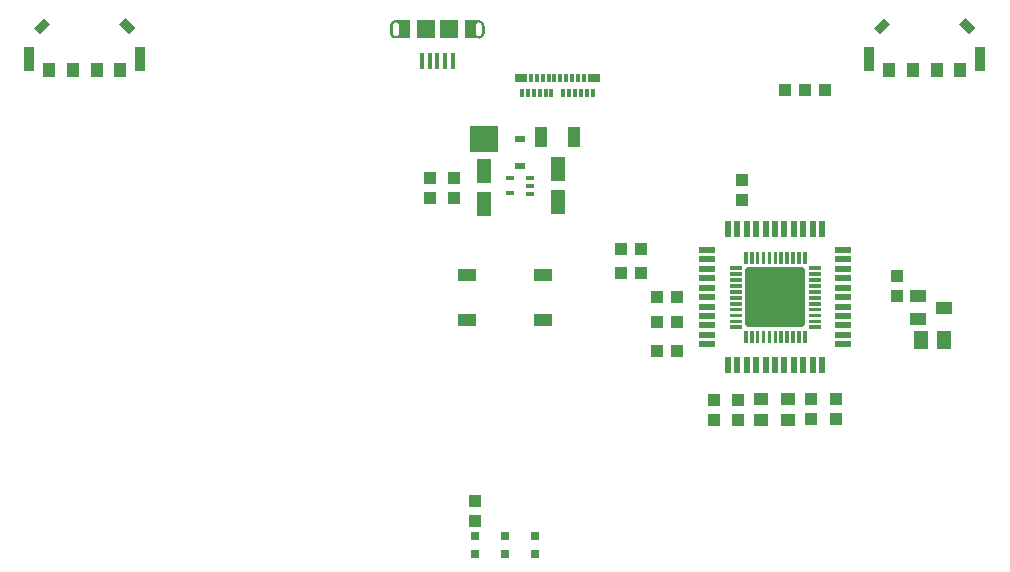
<source format=gbr>
G04 EAGLE Gerber RS-274X export*
G75*
%MOMM*%
%FSLAX34Y34*%
%LPD*%
%INSolderpaste Top*%
%IPPOS*%
%AMOC8*
5,1,8,0,0,1.08239X$1,22.5*%
G01*
%ADD10R,1.473200X0.508000*%
%ADD11R,0.508000X1.473200*%
%ADD12C,0.508000*%
%ADD13C,0.075000*%
%ADD14R,0.750000X0.400000*%
%ADD15R,0.685800X0.330200*%
%ADD16R,1.000000X1.800000*%
%ADD17R,0.830000X0.630000*%
%ADD18R,2.438400X2.286000*%
%ADD19R,0.635000X1.270000*%
%ADD20R,1.300000X1.100000*%
%ADD21R,1.000000X1.100000*%
%ADD22C,0.000100*%
%ADD23R,0.400000X1.350000*%
%ADD24R,1.500000X1.550000*%
%ADD25R,0.300000X0.700000*%
%ADD26R,1.000000X0.700000*%
%ADD27R,1.200000X2.000000*%
%ADD28R,1.100000X1.000000*%
%ADD29R,0.800000X0.800000*%
%ADD30R,1.000000X1.300000*%
%ADD31R,0.900000X2.000000*%
%ADD32R,1.200000X0.800000*%
%ADD33R,1.600000X1.000000*%
%ADD34R,1.400000X1.000000*%
%ADD35R,1.300000X1.500000*%

G36*
X409650Y482417D02*
X409650Y482417D01*
X397650Y482417D01*
X397645Y482413D01*
X397646Y482413D01*
X397645Y482413D01*
X397645Y466913D01*
X397649Y466908D01*
X397650Y466908D01*
X409650Y466908D01*
X409651Y466908D01*
X410763Y467033D01*
X410764Y467034D01*
X410764Y467033D01*
X411821Y467403D01*
X411821Y467404D01*
X411822Y467404D01*
X412770Y467999D01*
X412770Y468000D01*
X412771Y468000D01*
X413563Y468792D01*
X413563Y468793D01*
X414159Y469741D01*
X414159Y469742D01*
X414529Y470798D01*
X414529Y470799D01*
X414530Y470802D01*
X414530Y470807D01*
X414531Y470812D01*
X414531Y470816D01*
X414533Y470831D01*
X414533Y470835D01*
X414534Y470840D01*
X414534Y470845D01*
X414535Y470845D01*
X414534Y470845D01*
X414535Y470850D01*
X414536Y470854D01*
X414537Y470869D01*
X414538Y470873D01*
X414538Y470878D01*
X414539Y470883D01*
X414539Y470888D01*
X414540Y470892D01*
X414541Y470907D01*
X414542Y470911D01*
X414543Y470916D01*
X414543Y470921D01*
X414544Y470926D01*
X414544Y470930D01*
X414546Y470945D01*
X414546Y470949D01*
X414547Y470954D01*
X414547Y470959D01*
X414548Y470964D01*
X414549Y470978D01*
X414550Y470978D01*
X414549Y470978D01*
X414550Y470983D01*
X414551Y470987D01*
X414551Y470992D01*
X414552Y470997D01*
X414552Y471002D01*
X414554Y471016D01*
X414554Y471021D01*
X414555Y471025D01*
X414555Y471030D01*
X414556Y471035D01*
X414556Y471040D01*
X414558Y471054D01*
X414559Y471059D01*
X414559Y471063D01*
X414560Y471068D01*
X414560Y471073D01*
X414561Y471078D01*
X414562Y471092D01*
X414563Y471097D01*
X414563Y471101D01*
X414564Y471106D01*
X414564Y471111D01*
X414567Y471130D01*
X414567Y471135D01*
X414568Y471139D01*
X414568Y471144D01*
X414569Y471149D01*
X414570Y471163D01*
X414571Y471168D01*
X414571Y471173D01*
X414572Y471177D01*
X414572Y471182D01*
X414573Y471182D01*
X414572Y471182D01*
X414573Y471187D01*
X414575Y471201D01*
X414575Y471206D01*
X414576Y471211D01*
X414576Y471215D01*
X414577Y471220D01*
X414577Y471225D01*
X414579Y471239D01*
X414579Y471244D01*
X414580Y471249D01*
X414581Y471253D01*
X414581Y471258D01*
X414582Y471263D01*
X414583Y471277D01*
X414584Y471282D01*
X414584Y471287D01*
X414585Y471291D01*
X414585Y471296D01*
X414587Y471315D01*
X414588Y471315D01*
X414587Y471315D01*
X414588Y471320D01*
X414589Y471325D01*
X414589Y471329D01*
X414590Y471334D01*
X414591Y471348D01*
X414592Y471353D01*
X414592Y471358D01*
X414593Y471363D01*
X414593Y471367D01*
X414594Y471372D01*
X414596Y471386D01*
X414596Y471391D01*
X414597Y471396D01*
X414597Y471401D01*
X414598Y471405D01*
X414598Y471410D01*
X414600Y471424D01*
X414600Y471429D01*
X414601Y471434D01*
X414601Y471439D01*
X414602Y471443D01*
X414602Y471448D01*
X414604Y471462D01*
X414605Y471467D01*
X414605Y471472D01*
X414606Y471477D01*
X414606Y471481D01*
X414608Y471496D01*
X414608Y471500D01*
X414609Y471505D01*
X414609Y471510D01*
X414610Y471515D01*
X414610Y471519D01*
X414611Y471519D01*
X414610Y471519D01*
X414612Y471534D01*
X414613Y471538D01*
X414613Y471543D01*
X414614Y471548D01*
X414614Y471553D01*
X414615Y471557D01*
X414616Y471572D01*
X414617Y471576D01*
X414617Y471581D01*
X414618Y471586D01*
X414619Y471591D01*
X414619Y471595D01*
X414621Y471610D01*
X414621Y471614D01*
X414622Y471619D01*
X414622Y471624D01*
X414623Y471629D01*
X414625Y471648D01*
X414625Y471652D01*
X414626Y471652D01*
X414625Y471652D01*
X414626Y471657D01*
X414627Y471662D01*
X414627Y471667D01*
X414629Y471681D01*
X414629Y471686D01*
X414630Y471690D01*
X414630Y471695D01*
X414631Y471700D01*
X414631Y471705D01*
X414633Y471719D01*
X414634Y471724D01*
X414634Y471728D01*
X414635Y471733D01*
X414635Y471738D01*
X414636Y471743D01*
X414637Y471757D01*
X414638Y471762D01*
X414638Y471766D01*
X414639Y471771D01*
X414639Y471776D01*
X414640Y471781D01*
X414642Y471795D01*
X414642Y471800D01*
X414643Y471804D01*
X414643Y471809D01*
X414644Y471814D01*
X414646Y471833D01*
X414646Y471838D01*
X414647Y471842D01*
X414647Y471847D01*
X414648Y471852D01*
X414650Y471866D01*
X414650Y471871D01*
X414651Y471876D01*
X414651Y471880D01*
X414652Y471885D01*
X414652Y471890D01*
X414654Y471904D01*
X414654Y471909D01*
X414655Y471912D01*
X414655Y471913D01*
X414655Y477413D01*
X414529Y478526D01*
X414529Y478527D01*
X414159Y479583D01*
X414159Y479584D01*
X413563Y480532D01*
X413562Y480533D01*
X413563Y480533D01*
X412771Y481325D01*
X412770Y481325D01*
X412770Y481326D01*
X411822Y481921D01*
X411821Y481921D01*
X411821Y481922D01*
X410764Y482292D01*
X410764Y482291D01*
X410763Y482292D01*
X409651Y482417D01*
X409650Y482417D01*
G37*
G36*
X351655Y466912D02*
X351655Y466912D01*
X351654Y466912D01*
X351655Y466913D01*
X351655Y482413D01*
X351651Y482417D01*
X351650Y482417D01*
X339650Y482417D01*
X339649Y482417D01*
X338537Y482292D01*
X338536Y482291D01*
X338536Y482292D01*
X337479Y481922D01*
X337479Y481921D01*
X337478Y481921D01*
X336530Y481326D01*
X336530Y481325D01*
X336529Y481325D01*
X335738Y480533D01*
X335737Y480533D01*
X335737Y480532D01*
X335141Y479584D01*
X335141Y479583D01*
X334771Y478527D01*
X334771Y478526D01*
X334770Y478517D01*
X334769Y478513D01*
X334769Y478508D01*
X334768Y478503D01*
X334768Y478498D01*
X334765Y478479D01*
X334765Y478475D01*
X334764Y478470D01*
X334764Y478465D01*
X334763Y478460D01*
X334762Y478446D01*
X334761Y478441D01*
X334761Y478437D01*
X334760Y478432D01*
X334760Y478427D01*
X334759Y478422D01*
X334757Y478408D01*
X334757Y478403D01*
X334756Y478399D01*
X334756Y478394D01*
X334755Y478389D01*
X334755Y478384D01*
X334753Y478370D01*
X334753Y478365D01*
X334752Y478361D01*
X334752Y478356D01*
X334751Y478351D01*
X334750Y478346D01*
X334749Y478332D01*
X334748Y478327D01*
X334748Y478323D01*
X334747Y478318D01*
X334747Y478313D01*
X334745Y478294D01*
X334744Y478289D01*
X334744Y478285D01*
X334743Y478285D01*
X334744Y478285D01*
X334743Y478280D01*
X334742Y478275D01*
X334741Y478261D01*
X334740Y478256D01*
X334740Y478251D01*
X334739Y478247D01*
X334739Y478242D01*
X334738Y478237D01*
X334737Y478223D01*
X334736Y478218D01*
X334735Y478213D01*
X334735Y478209D01*
X334734Y478204D01*
X334734Y478199D01*
X334732Y478185D01*
X334732Y478180D01*
X334731Y478175D01*
X334731Y478171D01*
X334730Y478166D01*
X334730Y478161D01*
X334728Y478147D01*
X334727Y478142D01*
X334727Y478137D01*
X334726Y478133D01*
X334726Y478128D01*
X334724Y478114D01*
X334724Y478109D01*
X334723Y478104D01*
X334723Y478099D01*
X334722Y478095D01*
X334722Y478090D01*
X334720Y478076D01*
X334719Y478071D01*
X334719Y478066D01*
X334718Y478061D01*
X334718Y478057D01*
X334717Y478052D01*
X334716Y478038D01*
X334715Y478033D01*
X334715Y478028D01*
X334714Y478023D01*
X334714Y478019D01*
X334713Y478014D01*
X334711Y478000D01*
X334711Y477995D01*
X334710Y477990D01*
X334710Y477985D01*
X334709Y477981D01*
X334707Y477962D01*
X334707Y477957D01*
X334706Y477952D01*
X334706Y477947D01*
X334705Y477947D01*
X334706Y477947D01*
X334705Y477943D01*
X334703Y477928D01*
X334703Y477924D01*
X334702Y477919D01*
X334702Y477914D01*
X334701Y477909D01*
X334701Y477905D01*
X334699Y477890D01*
X334699Y477886D01*
X334698Y477881D01*
X334697Y477876D01*
X334697Y477871D01*
X334696Y477867D01*
X334695Y477852D01*
X334694Y477848D01*
X334694Y477843D01*
X334693Y477838D01*
X334693Y477833D01*
X334692Y477829D01*
X334691Y477814D01*
X334690Y477814D01*
X334691Y477814D01*
X334690Y477810D01*
X334689Y477805D01*
X334689Y477800D01*
X334688Y477795D01*
X334686Y477776D01*
X334686Y477772D01*
X334685Y477767D01*
X334685Y477762D01*
X334684Y477757D01*
X334682Y477743D01*
X334682Y477738D01*
X334681Y477734D01*
X334681Y477729D01*
X334680Y477724D01*
X334680Y477719D01*
X334678Y477705D01*
X334678Y477700D01*
X334677Y477696D01*
X334677Y477691D01*
X334676Y477686D01*
X334676Y477681D01*
X334674Y477667D01*
X334673Y477662D01*
X334673Y477658D01*
X334672Y477653D01*
X334672Y477648D01*
X334671Y477643D01*
X334670Y477629D01*
X334669Y477624D01*
X334669Y477620D01*
X334668Y477615D01*
X334668Y477610D01*
X334667Y477610D01*
X334668Y477610D01*
X334666Y477596D01*
X334665Y477591D01*
X334665Y477586D01*
X334664Y477582D01*
X334664Y477577D01*
X334663Y477572D01*
X334662Y477558D01*
X334661Y477553D01*
X334661Y477548D01*
X334660Y477544D01*
X334659Y477539D01*
X334659Y477534D01*
X334657Y477520D01*
X334657Y477515D01*
X334656Y477510D01*
X334656Y477506D01*
X334655Y477501D01*
X334655Y477496D01*
X334653Y477482D01*
X334653Y477477D01*
X334652Y477477D01*
X334653Y477477D01*
X334652Y477472D01*
X334651Y477468D01*
X334651Y477463D01*
X334649Y477444D01*
X334648Y477439D01*
X334648Y477434D01*
X334647Y477430D01*
X334647Y477425D01*
X334645Y477413D01*
X334646Y477413D01*
X334645Y477413D01*
X334645Y471913D01*
X334646Y471912D01*
X334645Y471912D01*
X334771Y470799D01*
X334771Y470798D01*
X335141Y469742D01*
X335141Y469741D01*
X335737Y468793D01*
X335738Y468792D01*
X336529Y468000D01*
X336530Y468000D01*
X336530Y467999D01*
X337478Y467404D01*
X337479Y467404D01*
X337479Y467403D01*
X338536Y467033D01*
X338537Y467034D01*
X338537Y467033D01*
X339649Y466908D01*
X339650Y466908D01*
X351650Y466908D01*
X351655Y466912D01*
G37*
%LPC*%
G36*
X409004Y469002D02*
X409004Y469002D01*
X408403Y469252D01*
X407886Y469648D01*
X407489Y470165D01*
X407240Y470767D01*
X407155Y471413D01*
X407155Y477912D01*
X407240Y478558D01*
X407489Y479160D01*
X407886Y479677D01*
X408403Y480073D01*
X409004Y480323D01*
X409650Y480408D01*
X410296Y480323D01*
X410898Y480073D01*
X411414Y479677D01*
X411811Y479160D01*
X412060Y478558D01*
X412145Y477912D01*
X412145Y471413D01*
X412109Y471141D01*
X412109Y471136D01*
X412108Y471131D01*
X412108Y471126D01*
X412107Y471122D01*
X412106Y471117D01*
X412106Y471112D01*
X412105Y471107D01*
X412104Y471103D01*
X412104Y471098D01*
X412103Y471093D01*
X412103Y471088D01*
X412102Y471084D01*
X412101Y471079D01*
X412101Y471074D01*
X412100Y471069D01*
X412099Y471065D01*
X412099Y471060D01*
X412098Y471055D01*
X412098Y471050D01*
X412097Y471046D01*
X412096Y471041D01*
X412096Y471036D01*
X412095Y471031D01*
X412094Y471027D01*
X412094Y471022D01*
X412093Y471017D01*
X412093Y471012D01*
X412092Y471008D01*
X412091Y471003D01*
X412091Y470998D01*
X412090Y470993D01*
X412060Y470767D01*
X411811Y470165D01*
X411414Y469648D01*
X410898Y469252D01*
X410296Y469002D01*
X409650Y468917D01*
X409004Y469002D01*
G37*
%LPD*%
%LPC*%
G36*
X339004Y469002D02*
X339004Y469002D01*
X338403Y469252D01*
X337886Y469648D01*
X337489Y470165D01*
X337240Y470767D01*
X337155Y471413D01*
X337155Y477912D01*
X337155Y477913D01*
X337155Y477918D01*
X337156Y477918D01*
X337155Y477918D01*
X337156Y477922D01*
X337157Y477927D01*
X337157Y477932D01*
X337158Y477937D01*
X337159Y477941D01*
X337159Y477946D01*
X337160Y477951D01*
X337160Y477956D01*
X337161Y477956D01*
X337161Y477960D01*
X337162Y477965D01*
X337162Y477970D01*
X337163Y477975D01*
X337199Y478250D01*
X337200Y478255D01*
X337201Y478260D01*
X337201Y478264D01*
X337202Y478269D01*
X337202Y478274D01*
X337203Y478279D01*
X337204Y478283D01*
X337204Y478288D01*
X337205Y478293D01*
X337206Y478298D01*
X337206Y478302D01*
X337207Y478307D01*
X337207Y478312D01*
X337208Y478317D01*
X337209Y478321D01*
X337209Y478326D01*
X337210Y478331D01*
X337211Y478336D01*
X337211Y478340D01*
X337212Y478345D01*
X337212Y478350D01*
X337213Y478355D01*
X337214Y478359D01*
X337214Y478364D01*
X337215Y478369D01*
X337216Y478374D01*
X337216Y478378D01*
X337217Y478383D01*
X337217Y478388D01*
X337218Y478393D01*
X337219Y478397D01*
X337219Y478402D01*
X337240Y478558D01*
X337489Y479160D01*
X337886Y479677D01*
X338403Y480073D01*
X339004Y480323D01*
X339650Y480408D01*
X340296Y480323D01*
X340898Y480073D01*
X341414Y479677D01*
X341811Y479160D01*
X342060Y478558D01*
X342145Y477912D01*
X342145Y471413D01*
X342060Y470767D01*
X341811Y470165D01*
X341414Y469648D01*
X340898Y469252D01*
X340296Y469002D01*
X339650Y468917D01*
X339004Y469002D01*
G37*
%LPD*%
D10*
X602996Y287528D03*
X602996Y279654D03*
X602996Y271526D03*
X602996Y263652D03*
X602996Y255524D03*
X602996Y247650D03*
X602996Y239776D03*
X602996Y231648D03*
X602996Y223774D03*
X602996Y215646D03*
X602996Y207772D03*
D11*
X620522Y190246D03*
X628396Y190246D03*
X636524Y190246D03*
X644398Y190246D03*
X652526Y190246D03*
X660400Y190246D03*
X668274Y190246D03*
X676402Y190246D03*
X684276Y190246D03*
X692404Y190246D03*
X700278Y190246D03*
D10*
X717804Y207772D03*
X717804Y215646D03*
X717804Y223774D03*
X717804Y231648D03*
X717804Y239776D03*
X717804Y247650D03*
X717804Y255524D03*
X717804Y263652D03*
X717804Y271526D03*
X717804Y279654D03*
X717804Y287528D03*
D11*
X700278Y305054D03*
X692404Y305054D03*
X684276Y305054D03*
X676402Y305054D03*
X668274Y305054D03*
X660400Y305054D03*
X652526Y305054D03*
X644398Y305054D03*
X636524Y305054D03*
X628396Y305054D03*
X620522Y305054D03*
D12*
X637540Y224790D02*
X683260Y224790D01*
X637540Y224790D02*
X637540Y270510D01*
X683260Y270510D01*
X683260Y224790D01*
X683260Y229616D02*
X637540Y229616D01*
X637540Y234442D02*
X683260Y234442D01*
X683260Y239268D02*
X637540Y239268D01*
X637540Y244094D02*
X683260Y244094D01*
X683260Y248920D02*
X637540Y248920D01*
X637540Y253746D02*
X683260Y253746D01*
X683260Y258572D02*
X637540Y258572D01*
X637540Y263398D02*
X683260Y263398D01*
X683260Y268224D02*
X637540Y268224D01*
D13*
X631525Y273775D02*
X622275Y273775D01*
X631525Y273775D02*
X631525Y271525D01*
X622275Y271525D01*
X622275Y273775D01*
X622275Y272237D02*
X631525Y272237D01*
X631525Y272949D02*
X622275Y272949D01*
X622275Y273661D02*
X631525Y273661D01*
X631525Y268775D02*
X622275Y268775D01*
X631525Y268775D02*
X631525Y266525D01*
X622275Y266525D01*
X622275Y268775D01*
X622275Y267237D02*
X631525Y267237D01*
X631525Y267949D02*
X622275Y267949D01*
X622275Y268661D02*
X631525Y268661D01*
X631525Y263775D02*
X622275Y263775D01*
X631525Y263775D02*
X631525Y261525D01*
X622275Y261525D01*
X622275Y263775D01*
X622275Y262237D02*
X631525Y262237D01*
X631525Y262949D02*
X622275Y262949D01*
X622275Y263661D02*
X631525Y263661D01*
X631525Y258775D02*
X622275Y258775D01*
X631525Y258775D02*
X631525Y256525D01*
X622275Y256525D01*
X622275Y258775D01*
X622275Y257237D02*
X631525Y257237D01*
X631525Y257949D02*
X622275Y257949D01*
X622275Y258661D02*
X631525Y258661D01*
X631525Y253775D02*
X622275Y253775D01*
X631525Y253775D02*
X631525Y251525D01*
X622275Y251525D01*
X622275Y253775D01*
X622275Y252237D02*
X631525Y252237D01*
X631525Y252949D02*
X622275Y252949D01*
X622275Y253661D02*
X631525Y253661D01*
X631525Y248775D02*
X622275Y248775D01*
X631525Y248775D02*
X631525Y246525D01*
X622275Y246525D01*
X622275Y248775D01*
X622275Y247237D02*
X631525Y247237D01*
X631525Y247949D02*
X622275Y247949D01*
X622275Y248661D02*
X631525Y248661D01*
X631525Y243775D02*
X622275Y243775D01*
X631525Y243775D02*
X631525Y241525D01*
X622275Y241525D01*
X622275Y243775D01*
X622275Y242237D02*
X631525Y242237D01*
X631525Y242949D02*
X622275Y242949D01*
X622275Y243661D02*
X631525Y243661D01*
X631525Y238775D02*
X622275Y238775D01*
X631525Y238775D02*
X631525Y236525D01*
X622275Y236525D01*
X622275Y238775D01*
X622275Y237237D02*
X631525Y237237D01*
X631525Y237949D02*
X622275Y237949D01*
X622275Y238661D02*
X631525Y238661D01*
X631525Y233775D02*
X622275Y233775D01*
X631525Y233775D02*
X631525Y231525D01*
X622275Y231525D01*
X622275Y233775D01*
X622275Y232237D02*
X631525Y232237D01*
X631525Y232949D02*
X622275Y232949D01*
X622275Y233661D02*
X631525Y233661D01*
X631525Y228775D02*
X622275Y228775D01*
X631525Y228775D02*
X631525Y226525D01*
X622275Y226525D01*
X622275Y228775D01*
X622275Y227237D02*
X631525Y227237D01*
X631525Y227949D02*
X622275Y227949D01*
X622275Y228661D02*
X631525Y228661D01*
X631525Y223775D02*
X622275Y223775D01*
X631525Y223775D02*
X631525Y221525D01*
X622275Y221525D01*
X622275Y223775D01*
X622275Y222237D02*
X631525Y222237D01*
X631525Y222949D02*
X622275Y222949D01*
X622275Y223661D02*
X631525Y223661D01*
X634275Y218775D02*
X634275Y209525D01*
X634275Y218775D02*
X636525Y218775D01*
X636525Y209525D01*
X634275Y209525D01*
X634275Y210237D02*
X636525Y210237D01*
X636525Y210949D02*
X634275Y210949D01*
X634275Y211661D02*
X636525Y211661D01*
X636525Y212373D02*
X634275Y212373D01*
X634275Y213085D02*
X636525Y213085D01*
X636525Y213797D02*
X634275Y213797D01*
X634275Y214509D02*
X636525Y214509D01*
X636525Y215221D02*
X634275Y215221D01*
X634275Y215933D02*
X636525Y215933D01*
X636525Y216645D02*
X634275Y216645D01*
X634275Y217357D02*
X636525Y217357D01*
X636525Y218069D02*
X634275Y218069D01*
X639275Y218775D02*
X639275Y209525D01*
X639275Y218775D02*
X641525Y218775D01*
X641525Y209525D01*
X639275Y209525D01*
X639275Y210237D02*
X641525Y210237D01*
X641525Y210949D02*
X639275Y210949D01*
X639275Y211661D02*
X641525Y211661D01*
X641525Y212373D02*
X639275Y212373D01*
X639275Y213085D02*
X641525Y213085D01*
X641525Y213797D02*
X639275Y213797D01*
X639275Y214509D02*
X641525Y214509D01*
X641525Y215221D02*
X639275Y215221D01*
X639275Y215933D02*
X641525Y215933D01*
X641525Y216645D02*
X639275Y216645D01*
X639275Y217357D02*
X641525Y217357D01*
X641525Y218069D02*
X639275Y218069D01*
X644275Y218775D02*
X644275Y209525D01*
X644275Y218775D02*
X646525Y218775D01*
X646525Y209525D01*
X644275Y209525D01*
X644275Y210237D02*
X646525Y210237D01*
X646525Y210949D02*
X644275Y210949D01*
X644275Y211661D02*
X646525Y211661D01*
X646525Y212373D02*
X644275Y212373D01*
X644275Y213085D02*
X646525Y213085D01*
X646525Y213797D02*
X644275Y213797D01*
X644275Y214509D02*
X646525Y214509D01*
X646525Y215221D02*
X644275Y215221D01*
X644275Y215933D02*
X646525Y215933D01*
X646525Y216645D02*
X644275Y216645D01*
X644275Y217357D02*
X646525Y217357D01*
X646525Y218069D02*
X644275Y218069D01*
X649275Y218775D02*
X649275Y209525D01*
X649275Y218775D02*
X651525Y218775D01*
X651525Y209525D01*
X649275Y209525D01*
X649275Y210237D02*
X651525Y210237D01*
X651525Y210949D02*
X649275Y210949D01*
X649275Y211661D02*
X651525Y211661D01*
X651525Y212373D02*
X649275Y212373D01*
X649275Y213085D02*
X651525Y213085D01*
X651525Y213797D02*
X649275Y213797D01*
X649275Y214509D02*
X651525Y214509D01*
X651525Y215221D02*
X649275Y215221D01*
X649275Y215933D02*
X651525Y215933D01*
X651525Y216645D02*
X649275Y216645D01*
X649275Y217357D02*
X651525Y217357D01*
X651525Y218069D02*
X649275Y218069D01*
X654275Y218775D02*
X654275Y209525D01*
X654275Y218775D02*
X656525Y218775D01*
X656525Y209525D01*
X654275Y209525D01*
X654275Y210237D02*
X656525Y210237D01*
X656525Y210949D02*
X654275Y210949D01*
X654275Y211661D02*
X656525Y211661D01*
X656525Y212373D02*
X654275Y212373D01*
X654275Y213085D02*
X656525Y213085D01*
X656525Y213797D02*
X654275Y213797D01*
X654275Y214509D02*
X656525Y214509D01*
X656525Y215221D02*
X654275Y215221D01*
X654275Y215933D02*
X656525Y215933D01*
X656525Y216645D02*
X654275Y216645D01*
X654275Y217357D02*
X656525Y217357D01*
X656525Y218069D02*
X654275Y218069D01*
X659275Y218775D02*
X659275Y209525D01*
X659275Y218775D02*
X661525Y218775D01*
X661525Y209525D01*
X659275Y209525D01*
X659275Y210237D02*
X661525Y210237D01*
X661525Y210949D02*
X659275Y210949D01*
X659275Y211661D02*
X661525Y211661D01*
X661525Y212373D02*
X659275Y212373D01*
X659275Y213085D02*
X661525Y213085D01*
X661525Y213797D02*
X659275Y213797D01*
X659275Y214509D02*
X661525Y214509D01*
X661525Y215221D02*
X659275Y215221D01*
X659275Y215933D02*
X661525Y215933D01*
X661525Y216645D02*
X659275Y216645D01*
X659275Y217357D02*
X661525Y217357D01*
X661525Y218069D02*
X659275Y218069D01*
X664275Y218775D02*
X664275Y209525D01*
X664275Y218775D02*
X666525Y218775D01*
X666525Y209525D01*
X664275Y209525D01*
X664275Y210237D02*
X666525Y210237D01*
X666525Y210949D02*
X664275Y210949D01*
X664275Y211661D02*
X666525Y211661D01*
X666525Y212373D02*
X664275Y212373D01*
X664275Y213085D02*
X666525Y213085D01*
X666525Y213797D02*
X664275Y213797D01*
X664275Y214509D02*
X666525Y214509D01*
X666525Y215221D02*
X664275Y215221D01*
X664275Y215933D02*
X666525Y215933D01*
X666525Y216645D02*
X664275Y216645D01*
X664275Y217357D02*
X666525Y217357D01*
X666525Y218069D02*
X664275Y218069D01*
X669275Y218775D02*
X669275Y209525D01*
X669275Y218775D02*
X671525Y218775D01*
X671525Y209525D01*
X669275Y209525D01*
X669275Y210237D02*
X671525Y210237D01*
X671525Y210949D02*
X669275Y210949D01*
X669275Y211661D02*
X671525Y211661D01*
X671525Y212373D02*
X669275Y212373D01*
X669275Y213085D02*
X671525Y213085D01*
X671525Y213797D02*
X669275Y213797D01*
X669275Y214509D02*
X671525Y214509D01*
X671525Y215221D02*
X669275Y215221D01*
X669275Y215933D02*
X671525Y215933D01*
X671525Y216645D02*
X669275Y216645D01*
X669275Y217357D02*
X671525Y217357D01*
X671525Y218069D02*
X669275Y218069D01*
X674275Y218775D02*
X674275Y209525D01*
X674275Y218775D02*
X676525Y218775D01*
X676525Y209525D01*
X674275Y209525D01*
X674275Y210237D02*
X676525Y210237D01*
X676525Y210949D02*
X674275Y210949D01*
X674275Y211661D02*
X676525Y211661D01*
X676525Y212373D02*
X674275Y212373D01*
X674275Y213085D02*
X676525Y213085D01*
X676525Y213797D02*
X674275Y213797D01*
X674275Y214509D02*
X676525Y214509D01*
X676525Y215221D02*
X674275Y215221D01*
X674275Y215933D02*
X676525Y215933D01*
X676525Y216645D02*
X674275Y216645D01*
X674275Y217357D02*
X676525Y217357D01*
X676525Y218069D02*
X674275Y218069D01*
X679275Y218775D02*
X679275Y209525D01*
X679275Y218775D02*
X681525Y218775D01*
X681525Y209525D01*
X679275Y209525D01*
X679275Y210237D02*
X681525Y210237D01*
X681525Y210949D02*
X679275Y210949D01*
X679275Y211661D02*
X681525Y211661D01*
X681525Y212373D02*
X679275Y212373D01*
X679275Y213085D02*
X681525Y213085D01*
X681525Y213797D02*
X679275Y213797D01*
X679275Y214509D02*
X681525Y214509D01*
X681525Y215221D02*
X679275Y215221D01*
X679275Y215933D02*
X681525Y215933D01*
X681525Y216645D02*
X679275Y216645D01*
X679275Y217357D02*
X681525Y217357D01*
X681525Y218069D02*
X679275Y218069D01*
X684275Y218775D02*
X684275Y209525D01*
X684275Y218775D02*
X686525Y218775D01*
X686525Y209525D01*
X684275Y209525D01*
X684275Y210237D02*
X686525Y210237D01*
X686525Y210949D02*
X684275Y210949D01*
X684275Y211661D02*
X686525Y211661D01*
X686525Y212373D02*
X684275Y212373D01*
X684275Y213085D02*
X686525Y213085D01*
X686525Y213797D02*
X684275Y213797D01*
X684275Y214509D02*
X686525Y214509D01*
X686525Y215221D02*
X684275Y215221D01*
X684275Y215933D02*
X686525Y215933D01*
X686525Y216645D02*
X684275Y216645D01*
X684275Y217357D02*
X686525Y217357D01*
X686525Y218069D02*
X684275Y218069D01*
X689275Y221525D02*
X698525Y221525D01*
X689275Y221525D02*
X689275Y223775D01*
X698525Y223775D01*
X698525Y221525D01*
X698525Y222237D02*
X689275Y222237D01*
X689275Y222949D02*
X698525Y222949D01*
X698525Y223661D02*
X689275Y223661D01*
X689275Y226525D02*
X698525Y226525D01*
X689275Y226525D02*
X689275Y228775D01*
X698525Y228775D01*
X698525Y226525D01*
X698525Y227237D02*
X689275Y227237D01*
X689275Y227949D02*
X698525Y227949D01*
X698525Y228661D02*
X689275Y228661D01*
X689275Y231525D02*
X698525Y231525D01*
X689275Y231525D02*
X689275Y233775D01*
X698525Y233775D01*
X698525Y231525D01*
X698525Y232237D02*
X689275Y232237D01*
X689275Y232949D02*
X698525Y232949D01*
X698525Y233661D02*
X689275Y233661D01*
X689275Y236525D02*
X698525Y236525D01*
X689275Y236525D02*
X689275Y238775D01*
X698525Y238775D01*
X698525Y236525D01*
X698525Y237237D02*
X689275Y237237D01*
X689275Y237949D02*
X698525Y237949D01*
X698525Y238661D02*
X689275Y238661D01*
X689275Y241525D02*
X698525Y241525D01*
X689275Y241525D02*
X689275Y243775D01*
X698525Y243775D01*
X698525Y241525D01*
X698525Y242237D02*
X689275Y242237D01*
X689275Y242949D02*
X698525Y242949D01*
X698525Y243661D02*
X689275Y243661D01*
X689275Y246525D02*
X698525Y246525D01*
X689275Y246525D02*
X689275Y248775D01*
X698525Y248775D01*
X698525Y246525D01*
X698525Y247237D02*
X689275Y247237D01*
X689275Y247949D02*
X698525Y247949D01*
X698525Y248661D02*
X689275Y248661D01*
X689275Y251525D02*
X698525Y251525D01*
X689275Y251525D02*
X689275Y253775D01*
X698525Y253775D01*
X698525Y251525D01*
X698525Y252237D02*
X689275Y252237D01*
X689275Y252949D02*
X698525Y252949D01*
X698525Y253661D02*
X689275Y253661D01*
X689275Y256525D02*
X698525Y256525D01*
X689275Y256525D02*
X689275Y258775D01*
X698525Y258775D01*
X698525Y256525D01*
X698525Y257237D02*
X689275Y257237D01*
X689275Y257949D02*
X698525Y257949D01*
X698525Y258661D02*
X689275Y258661D01*
X689275Y261525D02*
X698525Y261525D01*
X689275Y261525D02*
X689275Y263775D01*
X698525Y263775D01*
X698525Y261525D01*
X698525Y262237D02*
X689275Y262237D01*
X689275Y262949D02*
X698525Y262949D01*
X698525Y263661D02*
X689275Y263661D01*
X689275Y266525D02*
X698525Y266525D01*
X689275Y266525D02*
X689275Y268775D01*
X698525Y268775D01*
X698525Y266525D01*
X698525Y267237D02*
X689275Y267237D01*
X689275Y267949D02*
X698525Y267949D01*
X698525Y268661D02*
X689275Y268661D01*
X689275Y271525D02*
X698525Y271525D01*
X689275Y271525D02*
X689275Y273775D01*
X698525Y273775D01*
X698525Y271525D01*
X698525Y272237D02*
X689275Y272237D01*
X689275Y272949D02*
X698525Y272949D01*
X698525Y273661D02*
X689275Y273661D01*
X686525Y276525D02*
X686525Y285775D01*
X686525Y276525D02*
X684275Y276525D01*
X684275Y285775D01*
X686525Y285775D01*
X686525Y277237D02*
X684275Y277237D01*
X684275Y277949D02*
X686525Y277949D01*
X686525Y278661D02*
X684275Y278661D01*
X684275Y279373D02*
X686525Y279373D01*
X686525Y280085D02*
X684275Y280085D01*
X684275Y280797D02*
X686525Y280797D01*
X686525Y281509D02*
X684275Y281509D01*
X684275Y282221D02*
X686525Y282221D01*
X686525Y282933D02*
X684275Y282933D01*
X684275Y283645D02*
X686525Y283645D01*
X686525Y284357D02*
X684275Y284357D01*
X684275Y285069D02*
X686525Y285069D01*
X681525Y285775D02*
X681525Y276525D01*
X679275Y276525D01*
X679275Y285775D01*
X681525Y285775D01*
X681525Y277237D02*
X679275Y277237D01*
X679275Y277949D02*
X681525Y277949D01*
X681525Y278661D02*
X679275Y278661D01*
X679275Y279373D02*
X681525Y279373D01*
X681525Y280085D02*
X679275Y280085D01*
X679275Y280797D02*
X681525Y280797D01*
X681525Y281509D02*
X679275Y281509D01*
X679275Y282221D02*
X681525Y282221D01*
X681525Y282933D02*
X679275Y282933D01*
X679275Y283645D02*
X681525Y283645D01*
X681525Y284357D02*
X679275Y284357D01*
X679275Y285069D02*
X681525Y285069D01*
X676525Y285775D02*
X676525Y276525D01*
X674275Y276525D01*
X674275Y285775D01*
X676525Y285775D01*
X676525Y277237D02*
X674275Y277237D01*
X674275Y277949D02*
X676525Y277949D01*
X676525Y278661D02*
X674275Y278661D01*
X674275Y279373D02*
X676525Y279373D01*
X676525Y280085D02*
X674275Y280085D01*
X674275Y280797D02*
X676525Y280797D01*
X676525Y281509D02*
X674275Y281509D01*
X674275Y282221D02*
X676525Y282221D01*
X676525Y282933D02*
X674275Y282933D01*
X674275Y283645D02*
X676525Y283645D01*
X676525Y284357D02*
X674275Y284357D01*
X674275Y285069D02*
X676525Y285069D01*
X671525Y285775D02*
X671525Y276525D01*
X669275Y276525D01*
X669275Y285775D01*
X671525Y285775D01*
X671525Y277237D02*
X669275Y277237D01*
X669275Y277949D02*
X671525Y277949D01*
X671525Y278661D02*
X669275Y278661D01*
X669275Y279373D02*
X671525Y279373D01*
X671525Y280085D02*
X669275Y280085D01*
X669275Y280797D02*
X671525Y280797D01*
X671525Y281509D02*
X669275Y281509D01*
X669275Y282221D02*
X671525Y282221D01*
X671525Y282933D02*
X669275Y282933D01*
X669275Y283645D02*
X671525Y283645D01*
X671525Y284357D02*
X669275Y284357D01*
X669275Y285069D02*
X671525Y285069D01*
X666525Y285775D02*
X666525Y276525D01*
X664275Y276525D01*
X664275Y285775D01*
X666525Y285775D01*
X666525Y277237D02*
X664275Y277237D01*
X664275Y277949D02*
X666525Y277949D01*
X666525Y278661D02*
X664275Y278661D01*
X664275Y279373D02*
X666525Y279373D01*
X666525Y280085D02*
X664275Y280085D01*
X664275Y280797D02*
X666525Y280797D01*
X666525Y281509D02*
X664275Y281509D01*
X664275Y282221D02*
X666525Y282221D01*
X666525Y282933D02*
X664275Y282933D01*
X664275Y283645D02*
X666525Y283645D01*
X666525Y284357D02*
X664275Y284357D01*
X664275Y285069D02*
X666525Y285069D01*
X661525Y285775D02*
X661525Y276525D01*
X659275Y276525D01*
X659275Y285775D01*
X661525Y285775D01*
X661525Y277237D02*
X659275Y277237D01*
X659275Y277949D02*
X661525Y277949D01*
X661525Y278661D02*
X659275Y278661D01*
X659275Y279373D02*
X661525Y279373D01*
X661525Y280085D02*
X659275Y280085D01*
X659275Y280797D02*
X661525Y280797D01*
X661525Y281509D02*
X659275Y281509D01*
X659275Y282221D02*
X661525Y282221D01*
X661525Y282933D02*
X659275Y282933D01*
X659275Y283645D02*
X661525Y283645D01*
X661525Y284357D02*
X659275Y284357D01*
X659275Y285069D02*
X661525Y285069D01*
X656525Y285775D02*
X656525Y276525D01*
X654275Y276525D01*
X654275Y285775D01*
X656525Y285775D01*
X656525Y277237D02*
X654275Y277237D01*
X654275Y277949D02*
X656525Y277949D01*
X656525Y278661D02*
X654275Y278661D01*
X654275Y279373D02*
X656525Y279373D01*
X656525Y280085D02*
X654275Y280085D01*
X654275Y280797D02*
X656525Y280797D01*
X656525Y281509D02*
X654275Y281509D01*
X654275Y282221D02*
X656525Y282221D01*
X656525Y282933D02*
X654275Y282933D01*
X654275Y283645D02*
X656525Y283645D01*
X656525Y284357D02*
X654275Y284357D01*
X654275Y285069D02*
X656525Y285069D01*
X651525Y285775D02*
X651525Y276525D01*
X649275Y276525D01*
X649275Y285775D01*
X651525Y285775D01*
X651525Y277237D02*
X649275Y277237D01*
X649275Y277949D02*
X651525Y277949D01*
X651525Y278661D02*
X649275Y278661D01*
X649275Y279373D02*
X651525Y279373D01*
X651525Y280085D02*
X649275Y280085D01*
X649275Y280797D02*
X651525Y280797D01*
X651525Y281509D02*
X649275Y281509D01*
X649275Y282221D02*
X651525Y282221D01*
X651525Y282933D02*
X649275Y282933D01*
X649275Y283645D02*
X651525Y283645D01*
X651525Y284357D02*
X649275Y284357D01*
X649275Y285069D02*
X651525Y285069D01*
X646525Y285775D02*
X646525Y276525D01*
X644275Y276525D01*
X644275Y285775D01*
X646525Y285775D01*
X646525Y277237D02*
X644275Y277237D01*
X644275Y277949D02*
X646525Y277949D01*
X646525Y278661D02*
X644275Y278661D01*
X644275Y279373D02*
X646525Y279373D01*
X646525Y280085D02*
X644275Y280085D01*
X644275Y280797D02*
X646525Y280797D01*
X646525Y281509D02*
X644275Y281509D01*
X644275Y282221D02*
X646525Y282221D01*
X646525Y282933D02*
X644275Y282933D01*
X644275Y283645D02*
X646525Y283645D01*
X646525Y284357D02*
X644275Y284357D01*
X644275Y285069D02*
X646525Y285069D01*
X641525Y285775D02*
X641525Y276525D01*
X639275Y276525D01*
X639275Y285775D01*
X641525Y285775D01*
X641525Y277237D02*
X639275Y277237D01*
X639275Y277949D02*
X641525Y277949D01*
X641525Y278661D02*
X639275Y278661D01*
X639275Y279373D02*
X641525Y279373D01*
X641525Y280085D02*
X639275Y280085D01*
X639275Y280797D02*
X641525Y280797D01*
X641525Y281509D02*
X639275Y281509D01*
X639275Y282221D02*
X641525Y282221D01*
X641525Y282933D02*
X639275Y282933D01*
X639275Y283645D02*
X641525Y283645D01*
X641525Y284357D02*
X639275Y284357D01*
X639275Y285069D02*
X641525Y285069D01*
X636525Y285775D02*
X636525Y276525D01*
X634275Y276525D01*
X634275Y285775D01*
X636525Y285775D01*
X636525Y277237D02*
X634275Y277237D01*
X634275Y277949D02*
X636525Y277949D01*
X636525Y278661D02*
X634275Y278661D01*
X634275Y279373D02*
X636525Y279373D01*
X636525Y280085D02*
X634275Y280085D01*
X634275Y280797D02*
X636525Y280797D01*
X636525Y281509D02*
X634275Y281509D01*
X634275Y282221D02*
X636525Y282221D01*
X636525Y282933D02*
X634275Y282933D01*
X634275Y283645D02*
X636525Y283645D01*
X636525Y284357D02*
X634275Y284357D01*
X634275Y285069D02*
X636525Y285069D01*
D14*
X436250Y335606D03*
X436250Y348606D03*
D15*
X452755Y335375D03*
X452755Y342106D03*
X452755Y348837D03*
D16*
X490250Y383381D03*
X462250Y383381D03*
D17*
X444500Y358388D03*
X444500Y381388D03*
D18*
X414338Y381794D03*
D19*
X418457Y381794D03*
X410219Y381794D03*
D20*
X648900Y143400D03*
X671900Y143400D03*
X671900Y161400D03*
X648900Y161400D03*
D21*
X629444Y160900D03*
X629444Y143900D03*
X691356Y144694D03*
X691356Y161694D03*
D22*
X409650Y466963D02*
X409650Y468663D01*
X339650Y480663D02*
X339650Y482363D01*
D23*
X387650Y447663D03*
X381150Y447663D03*
X374650Y447663D03*
X368150Y447663D03*
X361650Y447663D03*
D24*
X384650Y474663D03*
X364650Y474663D03*
D25*
X506250Y420294D03*
X501250Y420294D03*
X496250Y420294D03*
X491250Y420294D03*
X486250Y420294D03*
X481250Y420294D03*
X471250Y420294D03*
X466250Y420294D03*
X461250Y420294D03*
X456250Y420294D03*
X451250Y420294D03*
X446250Y420294D03*
D26*
X445250Y433294D03*
D25*
X453750Y433294D03*
X458750Y433294D03*
X463750Y433294D03*
X468750Y433294D03*
X473750Y433294D03*
X478750Y433294D03*
X483750Y433294D03*
X488750Y433294D03*
X493750Y433294D03*
X498750Y433294D03*
D26*
X507250Y433294D03*
D21*
X530456Y288925D03*
X547456Y288925D03*
X530456Y268288D03*
X547456Y268288D03*
D27*
X477044Y356106D03*
X477044Y328106D03*
X414338Y354519D03*
X414338Y326519D03*
D21*
X368300Y349019D03*
X368300Y332019D03*
X388938Y349019D03*
X388938Y332019D03*
D28*
X406400Y58175D03*
X406400Y75175D03*
D29*
X406400Y30600D03*
X406400Y45600D03*
D28*
X608806Y160900D03*
X608806Y143900D03*
D21*
X632619Y329638D03*
X632619Y346638D03*
D28*
X577619Y227013D03*
X560619Y227013D03*
X577619Y247650D03*
X560619Y247650D03*
D29*
X457200Y30600D03*
X457200Y45600D03*
X431800Y30600D03*
X431800Y45600D03*
D28*
X711994Y144694D03*
X711994Y161694D03*
D21*
X560619Y202406D03*
X577619Y202406D03*
D30*
X86200Y439763D03*
X66200Y439763D03*
X106200Y439763D03*
X46200Y439763D03*
D31*
X29200Y449763D03*
X123200Y449763D03*
D32*
G36*
X113814Y470192D02*
X105329Y478677D01*
X110986Y484334D01*
X119471Y475849D01*
X113814Y470192D01*
G37*
G36*
X47071Y478677D02*
X38586Y470192D01*
X32929Y475849D01*
X41414Y484334D01*
X47071Y478677D01*
G37*
D30*
X797400Y439763D03*
X777400Y439763D03*
X817400Y439763D03*
X757400Y439763D03*
D31*
X740400Y449763D03*
X834400Y449763D03*
D32*
G36*
X825014Y470192D02*
X816529Y478677D01*
X822186Y484334D01*
X830671Y475849D01*
X825014Y470192D01*
G37*
G36*
X758271Y478677D02*
X749786Y470192D01*
X744129Y475849D01*
X752614Y484334D01*
X758271Y478677D01*
G37*
D33*
X399800Y266650D03*
X463800Y266650D03*
X399800Y228650D03*
X463800Y228650D03*
D34*
X803956Y238919D03*
X781956Y229419D03*
X781956Y248419D03*
D35*
X784250Y211138D03*
X803250Y211138D03*
D28*
X763588Y248675D03*
X763588Y265675D03*
D21*
X703031Y423069D03*
X686031Y423069D03*
X685569Y423069D03*
X668569Y423069D03*
M02*

</source>
